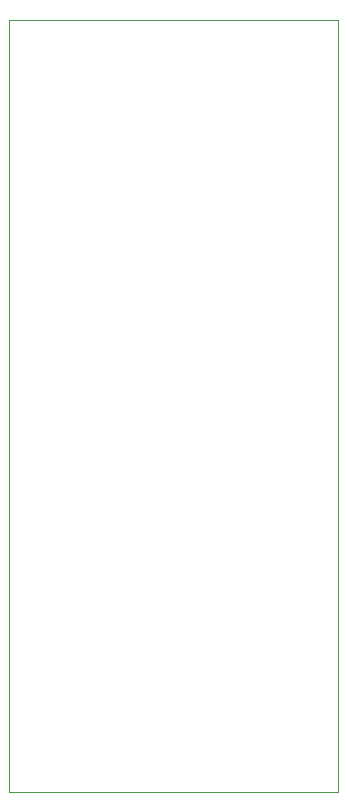
<source format=gbr>
%TF.GenerationSoftware,KiCad,Pcbnew,(6.0.8)*%
%TF.CreationDate,2023-01-13T10:11:21+02:00*%
%TF.ProjectId,xt60_adapter,78743630-5f61-4646-9170-7465722e6b69,rev?*%
%TF.SameCoordinates,Original*%
%TF.FileFunction,Profile,NP*%
%FSLAX46Y46*%
G04 Gerber Fmt 4.6, Leading zero omitted, Abs format (unit mm)*
G04 Created by KiCad (PCBNEW (6.0.8)) date 2023-01-13 10:11:21*
%MOMM*%
%LPD*%
G01*
G04 APERTURE LIST*
%TA.AperFunction,Profile*%
%ADD10C,0.100000*%
%TD*%
G04 APERTURE END LIST*
D10*
X89940000Y-47361600D02*
X117840000Y-47361600D01*
X117840000Y-47361600D02*
X117840000Y-112760000D01*
X117840000Y-112760000D02*
X89940000Y-112760000D01*
X89940000Y-112760000D02*
X89940000Y-47361600D01*
M02*

</source>
